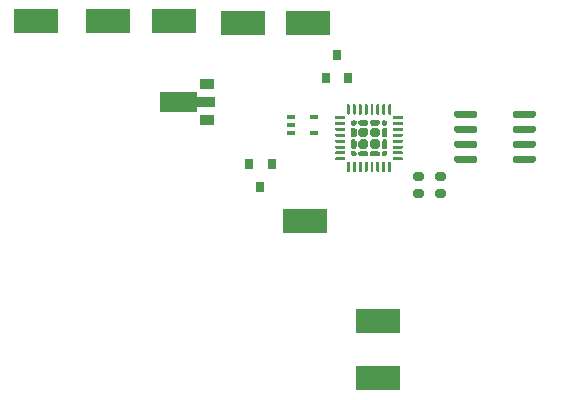
<source format=gbr>
%TF.GenerationSoftware,KiCad,Pcbnew,(5.1.6)-1*%
%TF.CreationDate,2020-10-06T09:22:04-05:00*%
%TF.ProjectId,desk_lamp,6465736b-5f6c-4616-9d70-2e6b69636164,rev?*%
%TF.SameCoordinates,Original*%
%TF.FileFunction,Paste,Top*%
%TF.FilePolarity,Positive*%
%FSLAX46Y46*%
G04 Gerber Fmt 4.6, Leading zero omitted, Abs format (unit mm)*
G04 Created by KiCad (PCBNEW (5.1.6)-1) date 2020-10-06 09:22:04*
%MOMM*%
%LPD*%
G01*
G04 APERTURE LIST*
%ADD10R,0.800000X0.900000*%
%ADD11R,3.800000X2.030000*%
%ADD12C,0.100000*%
%ADD13R,0.650000X0.400000*%
%ADD14R,1.300000X0.900000*%
G04 APERTURE END LIST*
%TO.C,U3*%
G36*
G01*
X91063000Y-37573000D02*
X91563000Y-37573000D01*
G75*
G02*
X91763000Y-37773000I0J-200000D01*
G01*
X91763000Y-38173000D01*
G75*
G02*
X91563000Y-38373000I-200000J0D01*
G01*
X91063000Y-38373000D01*
G75*
G02*
X90863000Y-38173000I0J200000D01*
G01*
X90863000Y-37773000D01*
G75*
G02*
X91063000Y-37573000I200000J0D01*
G01*
G37*
G36*
G01*
X91063000Y-36123000D02*
X91563000Y-36123000D01*
G75*
G02*
X91763000Y-36323000I0J-200000D01*
G01*
X91763000Y-36723000D01*
G75*
G02*
X91563000Y-36923000I-200000J0D01*
G01*
X91063000Y-36923000D01*
G75*
G02*
X90863000Y-36723000I0J200000D01*
G01*
X90863000Y-36323000D01*
G75*
G02*
X91063000Y-36123000I200000J0D01*
G01*
G37*
G36*
G01*
X92913000Y-37573000D02*
X93413000Y-37573000D01*
G75*
G02*
X93613000Y-37773000I0J-200000D01*
G01*
X93613000Y-38173000D01*
G75*
G02*
X93413000Y-38373000I-200000J0D01*
G01*
X92913000Y-38373000D01*
G75*
G02*
X92713000Y-38173000I0J200000D01*
G01*
X92713000Y-37773000D01*
G75*
G02*
X92913000Y-37573000I200000J0D01*
G01*
G37*
G36*
G01*
X92913000Y-36123000D02*
X93413000Y-36123000D01*
G75*
G02*
X93613000Y-36323000I0J-200000D01*
G01*
X93613000Y-36723000D01*
G75*
G02*
X93413000Y-36923000I-200000J0D01*
G01*
X92913000Y-36923000D01*
G75*
G02*
X92713000Y-36723000I0J200000D01*
G01*
X92713000Y-36323000D01*
G75*
G02*
X92913000Y-36123000I200000J0D01*
G01*
G37*
%TD*%
D10*
%TO.C,Q1*%
X77917000Y-37433000D03*
X76967000Y-35433000D03*
X78867000Y-35433000D03*
%TD*%
D11*
%TO.C,TP8*%
X81940400Y-23520400D03*
%TD*%
%TO.C,TP7*%
X76454000Y-23495000D03*
%TD*%
%TO.C,TP6*%
X70637400Y-23393400D03*
%TD*%
%TO.C,TP5*%
X81661000Y-40259000D03*
%TD*%
%TO.C,TP4*%
X87884000Y-48768000D03*
%TD*%
%TO.C,TP3*%
X87909400Y-53619400D03*
%TD*%
%TO.C,TP2*%
X58928000Y-23368000D03*
%TD*%
%TO.C,TP1*%
X65024000Y-23368000D03*
%TD*%
%TO.C,U5*%
G36*
G01*
X99290000Y-31392000D02*
X99290000Y-31092000D01*
G75*
G02*
X99440000Y-30942000I150000J0D01*
G01*
X101090000Y-30942000D01*
G75*
G02*
X101240000Y-31092000I0J-150000D01*
G01*
X101240000Y-31392000D01*
G75*
G02*
X101090000Y-31542000I-150000J0D01*
G01*
X99440000Y-31542000D01*
G75*
G02*
X99290000Y-31392000I0J150000D01*
G01*
G37*
G36*
G01*
X99290000Y-32662000D02*
X99290000Y-32362000D01*
G75*
G02*
X99440000Y-32212000I150000J0D01*
G01*
X101090000Y-32212000D01*
G75*
G02*
X101240000Y-32362000I0J-150000D01*
G01*
X101240000Y-32662000D01*
G75*
G02*
X101090000Y-32812000I-150000J0D01*
G01*
X99440000Y-32812000D01*
G75*
G02*
X99290000Y-32662000I0J150000D01*
G01*
G37*
G36*
G01*
X99290000Y-33932000D02*
X99290000Y-33632000D01*
G75*
G02*
X99440000Y-33482000I150000J0D01*
G01*
X101090000Y-33482000D01*
G75*
G02*
X101240000Y-33632000I0J-150000D01*
G01*
X101240000Y-33932000D01*
G75*
G02*
X101090000Y-34082000I-150000J0D01*
G01*
X99440000Y-34082000D01*
G75*
G02*
X99290000Y-33932000I0J150000D01*
G01*
G37*
G36*
G01*
X99290000Y-35202000D02*
X99290000Y-34902000D01*
G75*
G02*
X99440000Y-34752000I150000J0D01*
G01*
X101090000Y-34752000D01*
G75*
G02*
X101240000Y-34902000I0J-150000D01*
G01*
X101240000Y-35202000D01*
G75*
G02*
X101090000Y-35352000I-150000J0D01*
G01*
X99440000Y-35352000D01*
G75*
G02*
X99290000Y-35202000I0J150000D01*
G01*
G37*
G36*
G01*
X94340000Y-35202000D02*
X94340000Y-34902000D01*
G75*
G02*
X94490000Y-34752000I150000J0D01*
G01*
X96140000Y-34752000D01*
G75*
G02*
X96290000Y-34902000I0J-150000D01*
G01*
X96290000Y-35202000D01*
G75*
G02*
X96140000Y-35352000I-150000J0D01*
G01*
X94490000Y-35352000D01*
G75*
G02*
X94340000Y-35202000I0J150000D01*
G01*
G37*
G36*
G01*
X94340000Y-33932000D02*
X94340000Y-33632000D01*
G75*
G02*
X94490000Y-33482000I150000J0D01*
G01*
X96140000Y-33482000D01*
G75*
G02*
X96290000Y-33632000I0J-150000D01*
G01*
X96290000Y-33932000D01*
G75*
G02*
X96140000Y-34082000I-150000J0D01*
G01*
X94490000Y-34082000D01*
G75*
G02*
X94340000Y-33932000I0J150000D01*
G01*
G37*
G36*
G01*
X94340000Y-32662000D02*
X94340000Y-32362000D01*
G75*
G02*
X94490000Y-32212000I150000J0D01*
G01*
X96140000Y-32212000D01*
G75*
G02*
X96290000Y-32362000I0J-150000D01*
G01*
X96290000Y-32662000D01*
G75*
G02*
X96140000Y-32812000I-150000J0D01*
G01*
X94490000Y-32812000D01*
G75*
G02*
X94340000Y-32662000I0J150000D01*
G01*
G37*
G36*
G01*
X94340000Y-31392000D02*
X94340000Y-31092000D01*
G75*
G02*
X94490000Y-30942000I150000J0D01*
G01*
X96140000Y-30942000D01*
G75*
G02*
X96290000Y-31092000I0J-150000D01*
G01*
X96290000Y-31392000D01*
G75*
G02*
X96140000Y-31542000I-150000J0D01*
G01*
X94490000Y-31542000D01*
G75*
G02*
X94340000Y-31392000I0J150000D01*
G01*
G37*
%TD*%
D12*
%TO.C,U4*%
G36*
X88177418Y-31866517D02*
G01*
X88183726Y-31845721D01*
X88193971Y-31826556D01*
X88207757Y-31809757D01*
X88224556Y-31795971D01*
X88243721Y-31785726D01*
X88264517Y-31779418D01*
X88286144Y-31777288D01*
X88507856Y-31777288D01*
X88529483Y-31779418D01*
X88550279Y-31785726D01*
X88569444Y-31795971D01*
X88586243Y-31809757D01*
X88600029Y-31826556D01*
X88610274Y-31845721D01*
X88616582Y-31866517D01*
X88618712Y-31888144D01*
X88618712Y-32109856D01*
X88616582Y-32131483D01*
X88610274Y-32152279D01*
X88600029Y-32171444D01*
X88586243Y-32188243D01*
X88569444Y-32202029D01*
X88550279Y-32212274D01*
X88529483Y-32218582D01*
X88507856Y-32220712D01*
X88397473Y-32220712D01*
X88375846Y-32218582D01*
X88355050Y-32212274D01*
X88335885Y-32202029D01*
X88319086Y-32188243D01*
X88207757Y-32076914D01*
X88193971Y-32060115D01*
X88183726Y-32040950D01*
X88177418Y-32020154D01*
X88175288Y-31998527D01*
X88175288Y-31888144D01*
X88177418Y-31866517D01*
G37*
G36*
X85627418Y-31866517D02*
G01*
X85633726Y-31845721D01*
X85643971Y-31826556D01*
X85657757Y-31809757D01*
X85674556Y-31795971D01*
X85693721Y-31785726D01*
X85714517Y-31779418D01*
X85736144Y-31777288D01*
X85957856Y-31777288D01*
X85979483Y-31779418D01*
X86000279Y-31785726D01*
X86019444Y-31795971D01*
X86036243Y-31809757D01*
X86050029Y-31826556D01*
X86060274Y-31845721D01*
X86066582Y-31866517D01*
X86068712Y-31888144D01*
X86068712Y-31998527D01*
X86066582Y-32020154D01*
X86060274Y-32040950D01*
X86050029Y-32060115D01*
X86036243Y-32076914D01*
X85924914Y-32188243D01*
X85908115Y-32202029D01*
X85888950Y-32212274D01*
X85868154Y-32218582D01*
X85846527Y-32220712D01*
X85736144Y-32220712D01*
X85714517Y-32218582D01*
X85693721Y-32212274D01*
X85674556Y-32202029D01*
X85657757Y-32188243D01*
X85643971Y-32171444D01*
X85633726Y-32152279D01*
X85627418Y-32131483D01*
X85625288Y-32109856D01*
X85625288Y-31888144D01*
X85627418Y-31866517D01*
G37*
G36*
X88177418Y-34527846D02*
G01*
X88183726Y-34507050D01*
X88193971Y-34487885D01*
X88207757Y-34471086D01*
X88319086Y-34359757D01*
X88335885Y-34345971D01*
X88355050Y-34335726D01*
X88375846Y-34329418D01*
X88397473Y-34327288D01*
X88507856Y-34327288D01*
X88529483Y-34329418D01*
X88550279Y-34335726D01*
X88569444Y-34345971D01*
X88586243Y-34359757D01*
X88600029Y-34376556D01*
X88610274Y-34395721D01*
X88616582Y-34416517D01*
X88618712Y-34438144D01*
X88618712Y-34659856D01*
X88616582Y-34681483D01*
X88610274Y-34702279D01*
X88600029Y-34721444D01*
X88586243Y-34738243D01*
X88569444Y-34752029D01*
X88550279Y-34762274D01*
X88529483Y-34768582D01*
X88507856Y-34770712D01*
X88286144Y-34770712D01*
X88264517Y-34768582D01*
X88243721Y-34762274D01*
X88224556Y-34752029D01*
X88207757Y-34738243D01*
X88193971Y-34721444D01*
X88183726Y-34702279D01*
X88177418Y-34681483D01*
X88175288Y-34659856D01*
X88175288Y-34549473D01*
X88177418Y-34527846D01*
G37*
G36*
X85627418Y-34416517D02*
G01*
X85633726Y-34395721D01*
X85643971Y-34376556D01*
X85657757Y-34359757D01*
X85674556Y-34345971D01*
X85693721Y-34335726D01*
X85714517Y-34329418D01*
X85736144Y-34327288D01*
X85846527Y-34327288D01*
X85868154Y-34329418D01*
X85888950Y-34335726D01*
X85908115Y-34345971D01*
X85924914Y-34359757D01*
X86036243Y-34471086D01*
X86050029Y-34487885D01*
X86060274Y-34507050D01*
X86066582Y-34527846D01*
X86068712Y-34549473D01*
X86068712Y-34659856D01*
X86066582Y-34681483D01*
X86060274Y-34702279D01*
X86050029Y-34721444D01*
X86036243Y-34738243D01*
X86019444Y-34752029D01*
X86000279Y-34762274D01*
X85979483Y-34768582D01*
X85957856Y-34770712D01*
X85736144Y-34770712D01*
X85714517Y-34768582D01*
X85693721Y-34762274D01*
X85674556Y-34752029D01*
X85657757Y-34738243D01*
X85643971Y-34721444D01*
X85633726Y-34702279D01*
X85627418Y-34681483D01*
X85625288Y-34659856D01*
X85625288Y-34438144D01*
X85627418Y-34416517D01*
G37*
G36*
X88177091Y-32524111D02*
G01*
X88182429Y-32506512D01*
X88191098Y-32490294D01*
X88202764Y-32476078D01*
X88280479Y-32398363D01*
X88294695Y-32386697D01*
X88310913Y-32378028D01*
X88328512Y-32372690D01*
X88346813Y-32370887D01*
X88524902Y-32370887D01*
X88543203Y-32372690D01*
X88560802Y-32378028D01*
X88577020Y-32386697D01*
X88591236Y-32398363D01*
X88602902Y-32412579D01*
X88611571Y-32428797D01*
X88616909Y-32446396D01*
X88618712Y-32464697D01*
X88618712Y-33083303D01*
X88616909Y-33101604D01*
X88611571Y-33119203D01*
X88602902Y-33135421D01*
X88591236Y-33149637D01*
X88577020Y-33161303D01*
X88560802Y-33169972D01*
X88543203Y-33175310D01*
X88524902Y-33177113D01*
X88346813Y-33177113D01*
X88328512Y-33175310D01*
X88310913Y-33169972D01*
X88294695Y-33161303D01*
X88280479Y-33149637D01*
X88202764Y-33071922D01*
X88191098Y-33057706D01*
X88182429Y-33041488D01*
X88177091Y-33023889D01*
X88175288Y-33005588D01*
X88175288Y-32542412D01*
X88177091Y-32524111D01*
G37*
G36*
X88177091Y-33524111D02*
G01*
X88182429Y-33506512D01*
X88191098Y-33490294D01*
X88202764Y-33476078D01*
X88280479Y-33398363D01*
X88294695Y-33386697D01*
X88310913Y-33378028D01*
X88328512Y-33372690D01*
X88346813Y-33370887D01*
X88524902Y-33370887D01*
X88543203Y-33372690D01*
X88560802Y-33378028D01*
X88577020Y-33386697D01*
X88591236Y-33398363D01*
X88602902Y-33412579D01*
X88611571Y-33428797D01*
X88616909Y-33446396D01*
X88618712Y-33464697D01*
X88618712Y-34083303D01*
X88616909Y-34101604D01*
X88611571Y-34119203D01*
X88602902Y-34135421D01*
X88591236Y-34149637D01*
X88577020Y-34161303D01*
X88560802Y-34169972D01*
X88543203Y-34175310D01*
X88524902Y-34177113D01*
X88346813Y-34177113D01*
X88328512Y-34175310D01*
X88310913Y-34169972D01*
X88294695Y-34161303D01*
X88280479Y-34149637D01*
X88202764Y-34071922D01*
X88191098Y-34057706D01*
X88182429Y-34041488D01*
X88177091Y-34023889D01*
X88175288Y-34005588D01*
X88175288Y-33542412D01*
X88177091Y-33524111D01*
G37*
G36*
X85627091Y-32446396D02*
G01*
X85632429Y-32428797D01*
X85641098Y-32412579D01*
X85652764Y-32398363D01*
X85666980Y-32386697D01*
X85683198Y-32378028D01*
X85700797Y-32372690D01*
X85719098Y-32370887D01*
X85897187Y-32370887D01*
X85915488Y-32372690D01*
X85933087Y-32378028D01*
X85949305Y-32386697D01*
X85963521Y-32398363D01*
X86041236Y-32476078D01*
X86052902Y-32490294D01*
X86061571Y-32506512D01*
X86066909Y-32524111D01*
X86068712Y-32542412D01*
X86068712Y-33005588D01*
X86066909Y-33023889D01*
X86061571Y-33041488D01*
X86052902Y-33057706D01*
X86041236Y-33071922D01*
X85963521Y-33149637D01*
X85949305Y-33161303D01*
X85933087Y-33169972D01*
X85915488Y-33175310D01*
X85897187Y-33177113D01*
X85719098Y-33177113D01*
X85700797Y-33175310D01*
X85683198Y-33169972D01*
X85666980Y-33161303D01*
X85652764Y-33149637D01*
X85641098Y-33135421D01*
X85632429Y-33119203D01*
X85627091Y-33101604D01*
X85625288Y-33083303D01*
X85625288Y-32464697D01*
X85627091Y-32446396D01*
G37*
G36*
X85627091Y-33446396D02*
G01*
X85632429Y-33428797D01*
X85641098Y-33412579D01*
X85652764Y-33398363D01*
X85666980Y-33386697D01*
X85683198Y-33378028D01*
X85700797Y-33372690D01*
X85719098Y-33370887D01*
X85897187Y-33370887D01*
X85915488Y-33372690D01*
X85933087Y-33378028D01*
X85949305Y-33386697D01*
X85963521Y-33398363D01*
X86041236Y-33476078D01*
X86052902Y-33490294D01*
X86061571Y-33506512D01*
X86066909Y-33524111D01*
X86068712Y-33542412D01*
X86068712Y-34005588D01*
X86066909Y-34023889D01*
X86061571Y-34041488D01*
X86052902Y-34057706D01*
X86041236Y-34071922D01*
X85963521Y-34149637D01*
X85949305Y-34161303D01*
X85933087Y-34169972D01*
X85915488Y-34175310D01*
X85897187Y-34177113D01*
X85719098Y-34177113D01*
X85700797Y-34175310D01*
X85683198Y-34169972D01*
X85666980Y-34161303D01*
X85652764Y-34149637D01*
X85641098Y-34135421D01*
X85632429Y-34119203D01*
X85627091Y-34101604D01*
X85625288Y-34083303D01*
X85625288Y-33464697D01*
X85627091Y-33446396D01*
G37*
G36*
X87220690Y-31852797D02*
G01*
X87226028Y-31835198D01*
X87234697Y-31818980D01*
X87246363Y-31804764D01*
X87260579Y-31793098D01*
X87276797Y-31784429D01*
X87294396Y-31779091D01*
X87312697Y-31777288D01*
X87931303Y-31777288D01*
X87949604Y-31779091D01*
X87967203Y-31784429D01*
X87983421Y-31793098D01*
X87997637Y-31804764D01*
X88009303Y-31818980D01*
X88017972Y-31835198D01*
X88023310Y-31852797D01*
X88025113Y-31871098D01*
X88025113Y-32049187D01*
X88023310Y-32067488D01*
X88017972Y-32085087D01*
X88009303Y-32101305D01*
X87997637Y-32115521D01*
X87919922Y-32193236D01*
X87905706Y-32204902D01*
X87889488Y-32213571D01*
X87871889Y-32218909D01*
X87853588Y-32220712D01*
X87390412Y-32220712D01*
X87372111Y-32218909D01*
X87354512Y-32213571D01*
X87338294Y-32204902D01*
X87324078Y-32193236D01*
X87246363Y-32115521D01*
X87234697Y-32101305D01*
X87226028Y-32085087D01*
X87220690Y-32067488D01*
X87218887Y-32049187D01*
X87218887Y-31871098D01*
X87220690Y-31852797D01*
G37*
G36*
X86220690Y-31852797D02*
G01*
X86226028Y-31835198D01*
X86234697Y-31818980D01*
X86246363Y-31804764D01*
X86260579Y-31793098D01*
X86276797Y-31784429D01*
X86294396Y-31779091D01*
X86312697Y-31777288D01*
X86931303Y-31777288D01*
X86949604Y-31779091D01*
X86967203Y-31784429D01*
X86983421Y-31793098D01*
X86997637Y-31804764D01*
X87009303Y-31818980D01*
X87017972Y-31835198D01*
X87023310Y-31852797D01*
X87025113Y-31871098D01*
X87025113Y-32049187D01*
X87023310Y-32067488D01*
X87017972Y-32085087D01*
X87009303Y-32101305D01*
X86997637Y-32115521D01*
X86919922Y-32193236D01*
X86905706Y-32204902D01*
X86889488Y-32213571D01*
X86871889Y-32218909D01*
X86853588Y-32220712D01*
X86390412Y-32220712D01*
X86372111Y-32218909D01*
X86354512Y-32213571D01*
X86338294Y-32204902D01*
X86324078Y-32193236D01*
X86246363Y-32115521D01*
X86234697Y-32101305D01*
X86226028Y-32085087D01*
X86220690Y-32067488D01*
X86218887Y-32049187D01*
X86218887Y-31871098D01*
X86220690Y-31852797D01*
G37*
G36*
X87220690Y-34480512D02*
G01*
X87226028Y-34462913D01*
X87234697Y-34446695D01*
X87246363Y-34432479D01*
X87324078Y-34354764D01*
X87338294Y-34343098D01*
X87354512Y-34334429D01*
X87372111Y-34329091D01*
X87390412Y-34327288D01*
X87853588Y-34327288D01*
X87871889Y-34329091D01*
X87889488Y-34334429D01*
X87905706Y-34343098D01*
X87919922Y-34354764D01*
X87997637Y-34432479D01*
X88009303Y-34446695D01*
X88017972Y-34462913D01*
X88023310Y-34480512D01*
X88025113Y-34498813D01*
X88025113Y-34676902D01*
X88023310Y-34695203D01*
X88017972Y-34712802D01*
X88009303Y-34729020D01*
X87997637Y-34743236D01*
X87983421Y-34754902D01*
X87967203Y-34763571D01*
X87949604Y-34768909D01*
X87931303Y-34770712D01*
X87312697Y-34770712D01*
X87294396Y-34768909D01*
X87276797Y-34763571D01*
X87260579Y-34754902D01*
X87246363Y-34743236D01*
X87234697Y-34729020D01*
X87226028Y-34712802D01*
X87220690Y-34695203D01*
X87218887Y-34676902D01*
X87218887Y-34498813D01*
X87220690Y-34480512D01*
G37*
G36*
X86220690Y-34480512D02*
G01*
X86226028Y-34462913D01*
X86234697Y-34446695D01*
X86246363Y-34432479D01*
X86324078Y-34354764D01*
X86338294Y-34343098D01*
X86354512Y-34334429D01*
X86372111Y-34329091D01*
X86390412Y-34327288D01*
X86853588Y-34327288D01*
X86871889Y-34329091D01*
X86889488Y-34334429D01*
X86905706Y-34343098D01*
X86919922Y-34354764D01*
X86997637Y-34432479D01*
X87009303Y-34446695D01*
X87017972Y-34462913D01*
X87023310Y-34480512D01*
X87025113Y-34498813D01*
X87025113Y-34676902D01*
X87023310Y-34695203D01*
X87017972Y-34712802D01*
X87009303Y-34729020D01*
X86997637Y-34743236D01*
X86983421Y-34754902D01*
X86967203Y-34763571D01*
X86949604Y-34768909D01*
X86931303Y-34770712D01*
X86312697Y-34770712D01*
X86294396Y-34768909D01*
X86276797Y-34763571D01*
X86260579Y-34754902D01*
X86246363Y-34743236D01*
X86234697Y-34729020D01*
X86226028Y-34712802D01*
X86220690Y-34695203D01*
X86218887Y-34676902D01*
X86218887Y-34498813D01*
X86220690Y-34480512D01*
G37*
G36*
G01*
X87823557Y-33177113D02*
X87420443Y-33177113D01*
G75*
G02*
X87218887Y-32975557I0J201556D01*
G01*
X87218887Y-32572443D01*
G75*
G02*
X87420443Y-32370887I201556J0D01*
G01*
X87823557Y-32370887D01*
G75*
G02*
X88025113Y-32572443I0J-201556D01*
G01*
X88025113Y-32975557D01*
G75*
G02*
X87823557Y-33177113I-201556J0D01*
G01*
G37*
G36*
G01*
X86823557Y-33177113D02*
X86420443Y-33177113D01*
G75*
G02*
X86218887Y-32975557I0J201556D01*
G01*
X86218887Y-32572443D01*
G75*
G02*
X86420443Y-32370887I201556J0D01*
G01*
X86823557Y-32370887D01*
G75*
G02*
X87025113Y-32572443I0J-201556D01*
G01*
X87025113Y-32975557D01*
G75*
G02*
X86823557Y-33177113I-201556J0D01*
G01*
G37*
G36*
G01*
X87823557Y-34177113D02*
X87420443Y-34177113D01*
G75*
G02*
X87218887Y-33975557I0J201556D01*
G01*
X87218887Y-33572443D01*
G75*
G02*
X87420443Y-33370887I201556J0D01*
G01*
X87823557Y-33370887D01*
G75*
G02*
X88025113Y-33572443I0J-201556D01*
G01*
X88025113Y-33975557D01*
G75*
G02*
X87823557Y-34177113I-201556J0D01*
G01*
G37*
G36*
G01*
X86823557Y-34177113D02*
X86420443Y-34177113D01*
G75*
G02*
X86218887Y-33975557I0J201556D01*
G01*
X86218887Y-33572443D01*
G75*
G02*
X86420443Y-33370887I201556J0D01*
G01*
X86823557Y-33370887D01*
G75*
G02*
X87025113Y-33572443I0J-201556D01*
G01*
X87025113Y-33975557D01*
G75*
G02*
X86823557Y-34177113I-201556J0D01*
G01*
G37*
G36*
G01*
X85059500Y-35149000D02*
X84309500Y-35149000D01*
G75*
G02*
X84247000Y-35086500I0J62500D01*
G01*
X84247000Y-34961500D01*
G75*
G02*
X84309500Y-34899000I62500J0D01*
G01*
X85059500Y-34899000D01*
G75*
G02*
X85122000Y-34961500I0J-62500D01*
G01*
X85122000Y-35086500D01*
G75*
G02*
X85059500Y-35149000I-62500J0D01*
G01*
G37*
G36*
G01*
X85059500Y-34649000D02*
X84309500Y-34649000D01*
G75*
G02*
X84247000Y-34586500I0J62500D01*
G01*
X84247000Y-34461500D01*
G75*
G02*
X84309500Y-34399000I62500J0D01*
G01*
X85059500Y-34399000D01*
G75*
G02*
X85122000Y-34461500I0J-62500D01*
G01*
X85122000Y-34586500D01*
G75*
G02*
X85059500Y-34649000I-62500J0D01*
G01*
G37*
G36*
G01*
X85059500Y-34149000D02*
X84309500Y-34149000D01*
G75*
G02*
X84247000Y-34086500I0J62500D01*
G01*
X84247000Y-33961500D01*
G75*
G02*
X84309500Y-33899000I62500J0D01*
G01*
X85059500Y-33899000D01*
G75*
G02*
X85122000Y-33961500I0J-62500D01*
G01*
X85122000Y-34086500D01*
G75*
G02*
X85059500Y-34149000I-62500J0D01*
G01*
G37*
G36*
G01*
X85059500Y-33649000D02*
X84309500Y-33649000D01*
G75*
G02*
X84247000Y-33586500I0J62500D01*
G01*
X84247000Y-33461500D01*
G75*
G02*
X84309500Y-33399000I62500J0D01*
G01*
X85059500Y-33399000D01*
G75*
G02*
X85122000Y-33461500I0J-62500D01*
G01*
X85122000Y-33586500D01*
G75*
G02*
X85059500Y-33649000I-62500J0D01*
G01*
G37*
G36*
G01*
X85059500Y-33149000D02*
X84309500Y-33149000D01*
G75*
G02*
X84247000Y-33086500I0J62500D01*
G01*
X84247000Y-32961500D01*
G75*
G02*
X84309500Y-32899000I62500J0D01*
G01*
X85059500Y-32899000D01*
G75*
G02*
X85122000Y-32961500I0J-62500D01*
G01*
X85122000Y-33086500D01*
G75*
G02*
X85059500Y-33149000I-62500J0D01*
G01*
G37*
G36*
G01*
X85059500Y-32649000D02*
X84309500Y-32649000D01*
G75*
G02*
X84247000Y-32586500I0J62500D01*
G01*
X84247000Y-32461500D01*
G75*
G02*
X84309500Y-32399000I62500J0D01*
G01*
X85059500Y-32399000D01*
G75*
G02*
X85122000Y-32461500I0J-62500D01*
G01*
X85122000Y-32586500D01*
G75*
G02*
X85059500Y-32649000I-62500J0D01*
G01*
G37*
G36*
G01*
X85059500Y-32149000D02*
X84309500Y-32149000D01*
G75*
G02*
X84247000Y-32086500I0J62500D01*
G01*
X84247000Y-31961500D01*
G75*
G02*
X84309500Y-31899000I62500J0D01*
G01*
X85059500Y-31899000D01*
G75*
G02*
X85122000Y-31961500I0J-62500D01*
G01*
X85122000Y-32086500D01*
G75*
G02*
X85059500Y-32149000I-62500J0D01*
G01*
G37*
G36*
G01*
X85059500Y-31649000D02*
X84309500Y-31649000D01*
G75*
G02*
X84247000Y-31586500I0J62500D01*
G01*
X84247000Y-31461500D01*
G75*
G02*
X84309500Y-31399000I62500J0D01*
G01*
X85059500Y-31399000D01*
G75*
G02*
X85122000Y-31461500I0J-62500D01*
G01*
X85122000Y-31586500D01*
G75*
G02*
X85059500Y-31649000I-62500J0D01*
G01*
G37*
G36*
G01*
X85434500Y-31274000D02*
X85309500Y-31274000D01*
G75*
G02*
X85247000Y-31211500I0J62500D01*
G01*
X85247000Y-30461500D01*
G75*
G02*
X85309500Y-30399000I62500J0D01*
G01*
X85434500Y-30399000D01*
G75*
G02*
X85497000Y-30461500I0J-62500D01*
G01*
X85497000Y-31211500D01*
G75*
G02*
X85434500Y-31274000I-62500J0D01*
G01*
G37*
G36*
G01*
X85934500Y-31274000D02*
X85809500Y-31274000D01*
G75*
G02*
X85747000Y-31211500I0J62500D01*
G01*
X85747000Y-30461500D01*
G75*
G02*
X85809500Y-30399000I62500J0D01*
G01*
X85934500Y-30399000D01*
G75*
G02*
X85997000Y-30461500I0J-62500D01*
G01*
X85997000Y-31211500D01*
G75*
G02*
X85934500Y-31274000I-62500J0D01*
G01*
G37*
G36*
G01*
X86434500Y-31274000D02*
X86309500Y-31274000D01*
G75*
G02*
X86247000Y-31211500I0J62500D01*
G01*
X86247000Y-30461500D01*
G75*
G02*
X86309500Y-30399000I62500J0D01*
G01*
X86434500Y-30399000D01*
G75*
G02*
X86497000Y-30461500I0J-62500D01*
G01*
X86497000Y-31211500D01*
G75*
G02*
X86434500Y-31274000I-62500J0D01*
G01*
G37*
G36*
G01*
X86934500Y-31274000D02*
X86809500Y-31274000D01*
G75*
G02*
X86747000Y-31211500I0J62500D01*
G01*
X86747000Y-30461500D01*
G75*
G02*
X86809500Y-30399000I62500J0D01*
G01*
X86934500Y-30399000D01*
G75*
G02*
X86997000Y-30461500I0J-62500D01*
G01*
X86997000Y-31211500D01*
G75*
G02*
X86934500Y-31274000I-62500J0D01*
G01*
G37*
G36*
G01*
X87434500Y-31274000D02*
X87309500Y-31274000D01*
G75*
G02*
X87247000Y-31211500I0J62500D01*
G01*
X87247000Y-30461500D01*
G75*
G02*
X87309500Y-30399000I62500J0D01*
G01*
X87434500Y-30399000D01*
G75*
G02*
X87497000Y-30461500I0J-62500D01*
G01*
X87497000Y-31211500D01*
G75*
G02*
X87434500Y-31274000I-62500J0D01*
G01*
G37*
G36*
G01*
X87934500Y-31274000D02*
X87809500Y-31274000D01*
G75*
G02*
X87747000Y-31211500I0J62500D01*
G01*
X87747000Y-30461500D01*
G75*
G02*
X87809500Y-30399000I62500J0D01*
G01*
X87934500Y-30399000D01*
G75*
G02*
X87997000Y-30461500I0J-62500D01*
G01*
X87997000Y-31211500D01*
G75*
G02*
X87934500Y-31274000I-62500J0D01*
G01*
G37*
G36*
G01*
X88434500Y-31274000D02*
X88309500Y-31274000D01*
G75*
G02*
X88247000Y-31211500I0J62500D01*
G01*
X88247000Y-30461500D01*
G75*
G02*
X88309500Y-30399000I62500J0D01*
G01*
X88434500Y-30399000D01*
G75*
G02*
X88497000Y-30461500I0J-62500D01*
G01*
X88497000Y-31211500D01*
G75*
G02*
X88434500Y-31274000I-62500J0D01*
G01*
G37*
G36*
G01*
X88934500Y-31274000D02*
X88809500Y-31274000D01*
G75*
G02*
X88747000Y-31211500I0J62500D01*
G01*
X88747000Y-30461500D01*
G75*
G02*
X88809500Y-30399000I62500J0D01*
G01*
X88934500Y-30399000D01*
G75*
G02*
X88997000Y-30461500I0J-62500D01*
G01*
X88997000Y-31211500D01*
G75*
G02*
X88934500Y-31274000I-62500J0D01*
G01*
G37*
G36*
G01*
X89934500Y-31649000D02*
X89184500Y-31649000D01*
G75*
G02*
X89122000Y-31586500I0J62500D01*
G01*
X89122000Y-31461500D01*
G75*
G02*
X89184500Y-31399000I62500J0D01*
G01*
X89934500Y-31399000D01*
G75*
G02*
X89997000Y-31461500I0J-62500D01*
G01*
X89997000Y-31586500D01*
G75*
G02*
X89934500Y-31649000I-62500J0D01*
G01*
G37*
G36*
G01*
X89934500Y-32149000D02*
X89184500Y-32149000D01*
G75*
G02*
X89122000Y-32086500I0J62500D01*
G01*
X89122000Y-31961500D01*
G75*
G02*
X89184500Y-31899000I62500J0D01*
G01*
X89934500Y-31899000D01*
G75*
G02*
X89997000Y-31961500I0J-62500D01*
G01*
X89997000Y-32086500D01*
G75*
G02*
X89934500Y-32149000I-62500J0D01*
G01*
G37*
G36*
G01*
X89934500Y-32649000D02*
X89184500Y-32649000D01*
G75*
G02*
X89122000Y-32586500I0J62500D01*
G01*
X89122000Y-32461500D01*
G75*
G02*
X89184500Y-32399000I62500J0D01*
G01*
X89934500Y-32399000D01*
G75*
G02*
X89997000Y-32461500I0J-62500D01*
G01*
X89997000Y-32586500D01*
G75*
G02*
X89934500Y-32649000I-62500J0D01*
G01*
G37*
G36*
G01*
X89934500Y-33149000D02*
X89184500Y-33149000D01*
G75*
G02*
X89122000Y-33086500I0J62500D01*
G01*
X89122000Y-32961500D01*
G75*
G02*
X89184500Y-32899000I62500J0D01*
G01*
X89934500Y-32899000D01*
G75*
G02*
X89997000Y-32961500I0J-62500D01*
G01*
X89997000Y-33086500D01*
G75*
G02*
X89934500Y-33149000I-62500J0D01*
G01*
G37*
G36*
G01*
X89934500Y-33649000D02*
X89184500Y-33649000D01*
G75*
G02*
X89122000Y-33586500I0J62500D01*
G01*
X89122000Y-33461500D01*
G75*
G02*
X89184500Y-33399000I62500J0D01*
G01*
X89934500Y-33399000D01*
G75*
G02*
X89997000Y-33461500I0J-62500D01*
G01*
X89997000Y-33586500D01*
G75*
G02*
X89934500Y-33649000I-62500J0D01*
G01*
G37*
G36*
G01*
X89934500Y-34149000D02*
X89184500Y-34149000D01*
G75*
G02*
X89122000Y-34086500I0J62500D01*
G01*
X89122000Y-33961500D01*
G75*
G02*
X89184500Y-33899000I62500J0D01*
G01*
X89934500Y-33899000D01*
G75*
G02*
X89997000Y-33961500I0J-62500D01*
G01*
X89997000Y-34086500D01*
G75*
G02*
X89934500Y-34149000I-62500J0D01*
G01*
G37*
G36*
G01*
X89934500Y-34649000D02*
X89184500Y-34649000D01*
G75*
G02*
X89122000Y-34586500I0J62500D01*
G01*
X89122000Y-34461500D01*
G75*
G02*
X89184500Y-34399000I62500J0D01*
G01*
X89934500Y-34399000D01*
G75*
G02*
X89997000Y-34461500I0J-62500D01*
G01*
X89997000Y-34586500D01*
G75*
G02*
X89934500Y-34649000I-62500J0D01*
G01*
G37*
G36*
G01*
X89934500Y-35149000D02*
X89184500Y-35149000D01*
G75*
G02*
X89122000Y-35086500I0J62500D01*
G01*
X89122000Y-34961500D01*
G75*
G02*
X89184500Y-34899000I62500J0D01*
G01*
X89934500Y-34899000D01*
G75*
G02*
X89997000Y-34961500I0J-62500D01*
G01*
X89997000Y-35086500D01*
G75*
G02*
X89934500Y-35149000I-62500J0D01*
G01*
G37*
G36*
G01*
X88934500Y-36149000D02*
X88809500Y-36149000D01*
G75*
G02*
X88747000Y-36086500I0J62500D01*
G01*
X88747000Y-35336500D01*
G75*
G02*
X88809500Y-35274000I62500J0D01*
G01*
X88934500Y-35274000D01*
G75*
G02*
X88997000Y-35336500I0J-62500D01*
G01*
X88997000Y-36086500D01*
G75*
G02*
X88934500Y-36149000I-62500J0D01*
G01*
G37*
G36*
G01*
X88434500Y-36149000D02*
X88309500Y-36149000D01*
G75*
G02*
X88247000Y-36086500I0J62500D01*
G01*
X88247000Y-35336500D01*
G75*
G02*
X88309500Y-35274000I62500J0D01*
G01*
X88434500Y-35274000D01*
G75*
G02*
X88497000Y-35336500I0J-62500D01*
G01*
X88497000Y-36086500D01*
G75*
G02*
X88434500Y-36149000I-62500J0D01*
G01*
G37*
G36*
G01*
X87934500Y-36149000D02*
X87809500Y-36149000D01*
G75*
G02*
X87747000Y-36086500I0J62500D01*
G01*
X87747000Y-35336500D01*
G75*
G02*
X87809500Y-35274000I62500J0D01*
G01*
X87934500Y-35274000D01*
G75*
G02*
X87997000Y-35336500I0J-62500D01*
G01*
X87997000Y-36086500D01*
G75*
G02*
X87934500Y-36149000I-62500J0D01*
G01*
G37*
G36*
G01*
X87434500Y-36149000D02*
X87309500Y-36149000D01*
G75*
G02*
X87247000Y-36086500I0J62500D01*
G01*
X87247000Y-35336500D01*
G75*
G02*
X87309500Y-35274000I62500J0D01*
G01*
X87434500Y-35274000D01*
G75*
G02*
X87497000Y-35336500I0J-62500D01*
G01*
X87497000Y-36086500D01*
G75*
G02*
X87434500Y-36149000I-62500J0D01*
G01*
G37*
G36*
G01*
X86934500Y-36149000D02*
X86809500Y-36149000D01*
G75*
G02*
X86747000Y-36086500I0J62500D01*
G01*
X86747000Y-35336500D01*
G75*
G02*
X86809500Y-35274000I62500J0D01*
G01*
X86934500Y-35274000D01*
G75*
G02*
X86997000Y-35336500I0J-62500D01*
G01*
X86997000Y-36086500D01*
G75*
G02*
X86934500Y-36149000I-62500J0D01*
G01*
G37*
G36*
G01*
X86434500Y-36149000D02*
X86309500Y-36149000D01*
G75*
G02*
X86247000Y-36086500I0J62500D01*
G01*
X86247000Y-35336500D01*
G75*
G02*
X86309500Y-35274000I62500J0D01*
G01*
X86434500Y-35274000D01*
G75*
G02*
X86497000Y-35336500I0J-62500D01*
G01*
X86497000Y-36086500D01*
G75*
G02*
X86434500Y-36149000I-62500J0D01*
G01*
G37*
G36*
G01*
X85934500Y-36149000D02*
X85809500Y-36149000D01*
G75*
G02*
X85747000Y-36086500I0J62500D01*
G01*
X85747000Y-35336500D01*
G75*
G02*
X85809500Y-35274000I62500J0D01*
G01*
X85934500Y-35274000D01*
G75*
G02*
X85997000Y-35336500I0J-62500D01*
G01*
X85997000Y-36086500D01*
G75*
G02*
X85934500Y-36149000I-62500J0D01*
G01*
G37*
G36*
G01*
X85434500Y-36149000D02*
X85309500Y-36149000D01*
G75*
G02*
X85247000Y-36086500I0J62500D01*
G01*
X85247000Y-35336500D01*
G75*
G02*
X85309500Y-35274000I62500J0D01*
G01*
X85434500Y-35274000D01*
G75*
G02*
X85497000Y-35336500I0J-62500D01*
G01*
X85497000Y-36086500D01*
G75*
G02*
X85434500Y-36149000I-62500J0D01*
G01*
G37*
%TD*%
D13*
%TO.C,U2*%
X82423000Y-31496000D03*
X82423000Y-32796000D03*
X80523000Y-32146000D03*
X80523000Y-32796000D03*
X80523000Y-31496000D03*
%TD*%
D12*
%TO.C,U1*%
G36*
X69455000Y-29359500D02*
G01*
X72580000Y-29359500D01*
X72580000Y-29776000D01*
X74055000Y-29776000D01*
X74055000Y-30676000D01*
X72580000Y-30676000D01*
X72580000Y-31092500D01*
X69455000Y-31092500D01*
X69455000Y-29359500D01*
G37*
D14*
X73405000Y-28726000D03*
X73405000Y-31726000D03*
%TD*%
D10*
%TO.C,D1*%
X84394000Y-26194000D03*
X85344000Y-28194000D03*
X83444000Y-28194000D03*
%TD*%
M02*

</source>
